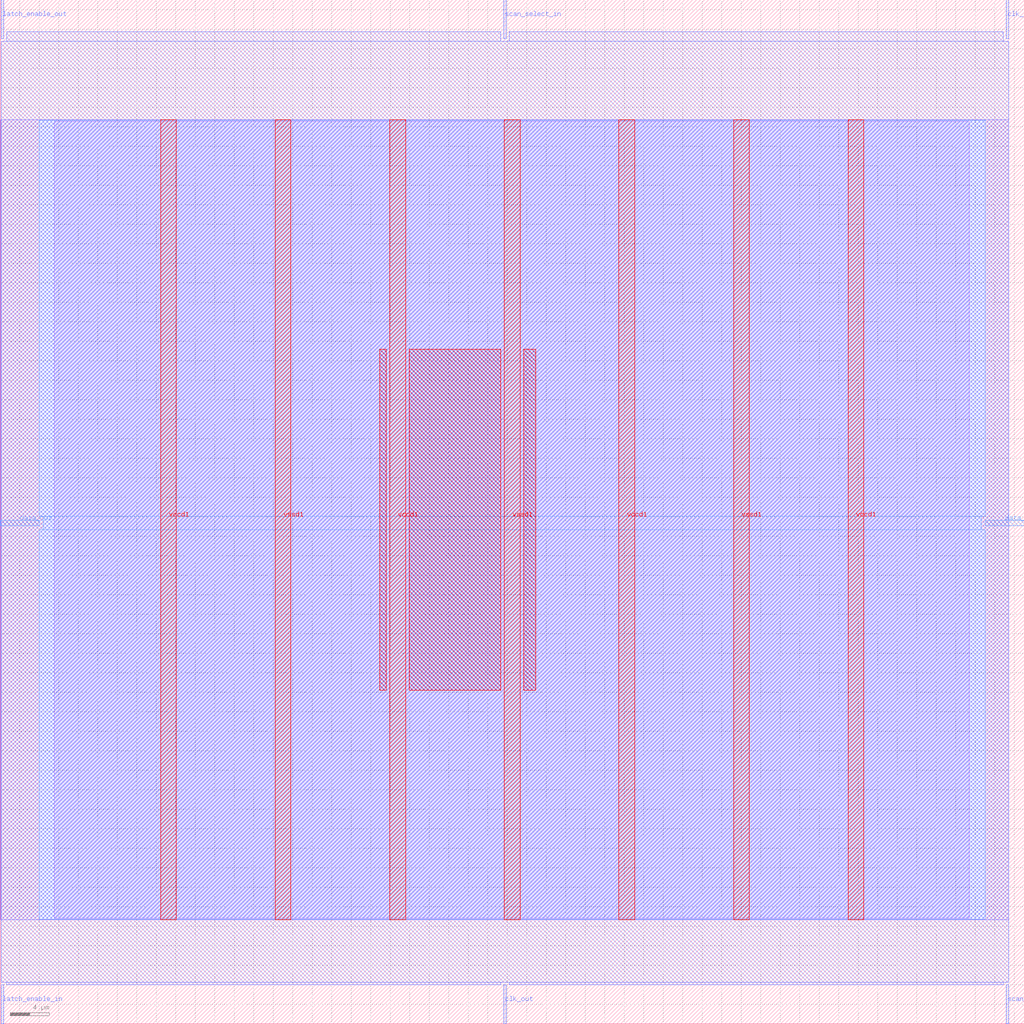
<source format=lef>
VERSION 5.7 ;
  NOWIREEXTENSIONATPIN ON ;
  DIVIDERCHAR "/" ;
  BUSBITCHARS "[]" ;
MACRO scan_wrapper_341178296293130834
  CLASS BLOCK ;
  FOREIGN scan_wrapper_341178296293130834 ;
  ORIGIN 0.000 0.000 ;
  SIZE 105.000 BY 105.000 ;
  PIN clk_in
    DIRECTION INPUT ;
    USE SIGNAL ;
    PORT
      LAYER met2 ;
        RECT 103.130 101.000 103.410 105.000 ;
    END
  END clk_in
  PIN clk_out
    DIRECTION OUTPUT TRISTATE ;
    USE SIGNAL ;
    PORT
      LAYER met2 ;
        RECT 51.610 0.000 51.890 4.000 ;
    END
  END clk_out
  PIN data_in
    DIRECTION INPUT ;
    USE SIGNAL ;
    PORT
      LAYER met3 ;
        RECT 101.000 51.040 105.000 51.640 ;
    END
  END data_in
  PIN data_out
    DIRECTION OUTPUT TRISTATE ;
    USE SIGNAL ;
    PORT
      LAYER met3 ;
        RECT 0.000 51.040 4.000 51.640 ;
    END
  END data_out
  PIN latch_enable_in
    DIRECTION INPUT ;
    USE SIGNAL ;
    PORT
      LAYER met2 ;
        RECT 0.090 0.000 0.370 4.000 ;
    END
  END latch_enable_in
  PIN latch_enable_out
    DIRECTION OUTPUT TRISTATE ;
    USE SIGNAL ;
    PORT
      LAYER met2 ;
        RECT 0.090 101.000 0.370 105.000 ;
    END
  END latch_enable_out
  PIN scan_select_in
    DIRECTION INPUT ;
    USE SIGNAL ;
    PORT
      LAYER met2 ;
        RECT 51.610 101.000 51.890 105.000 ;
    END
  END scan_select_in
  PIN scan_select_out
    DIRECTION OUTPUT TRISTATE ;
    USE SIGNAL ;
    PORT
      LAYER met2 ;
        RECT 103.130 0.000 103.410 4.000 ;
    END
  END scan_select_out
  PIN vccd1
    DIRECTION INOUT ;
    USE POWER ;
    PORT
      LAYER met4 ;
        RECT 16.465 10.640 18.065 92.720 ;
    END
    PORT
      LAYER met4 ;
        RECT 39.955 10.640 41.555 92.720 ;
    END
    PORT
      LAYER met4 ;
        RECT 63.445 10.640 65.045 92.720 ;
    END
    PORT
      LAYER met4 ;
        RECT 86.935 10.640 88.535 92.720 ;
    END
  END vccd1
  PIN vssd1
    DIRECTION INOUT ;
    USE GROUND ;
    PORT
      LAYER met4 ;
        RECT 28.210 10.640 29.810 92.720 ;
    END
    PORT
      LAYER met4 ;
        RECT 51.700 10.640 53.300 92.720 ;
    END
    PORT
      LAYER met4 ;
        RECT 75.190 10.640 76.790 92.720 ;
    END
  END vssd1
  OBS
      LAYER li1 ;
        RECT 5.520 10.795 99.360 92.565 ;
      LAYER met1 ;
        RECT 0.070 10.640 103.430 92.720 ;
      LAYER met2 ;
        RECT 0.650 100.720 51.330 101.730 ;
        RECT 52.170 100.720 102.850 101.730 ;
        RECT 0.100 4.280 103.400 100.720 ;
        RECT 0.650 4.000 51.330 4.280 ;
        RECT 52.170 4.000 102.850 4.280 ;
      LAYER met3 ;
        RECT 4.000 52.040 101.000 92.645 ;
        RECT 4.400 50.640 100.600 52.040 ;
        RECT 4.000 10.715 101.000 50.640 ;
      LAYER met4 ;
        RECT 38.935 34.175 39.555 69.185 ;
        RECT 41.955 34.175 51.300 69.185 ;
        RECT 53.700 34.175 54.905 69.185 ;
  END
END scan_wrapper_341178296293130834
END LIBRARY


</source>
